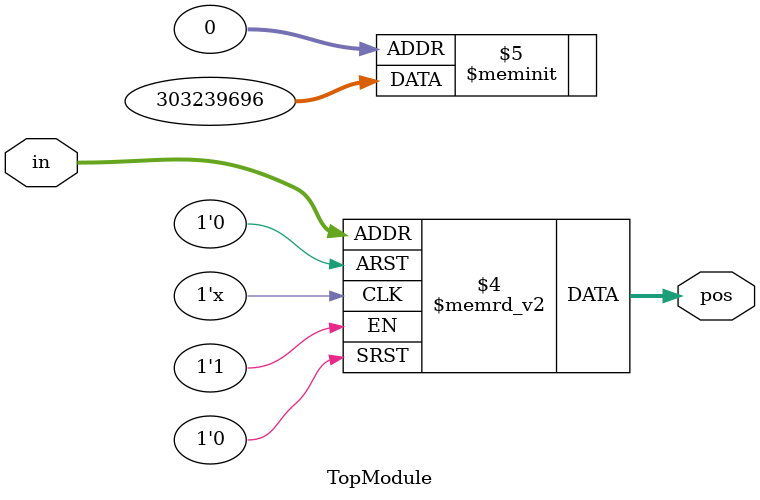
<source format=sv>
module TopModule (
    input logic [3:0] in,
    output logic [1:0] pos
);

always @(*) begin
    case (in)
        4'b0000: pos = 2'b00;
        4'b0001: pos = 2'b00;
        4'b0010: pos = 2'b01;
        4'b0011: pos = 2'b00;
        4'b0100: pos = 2'b10;
        4'b0101: pos = 2'b00;
        4'b0110: pos = 2'b01;
        4'b0111: pos = 2'b00;
        4'b1000: pos = 2'b11;
        4'b1001: pos = 2'b00;
        4'b1010: pos = 2'b01;
        4'b1011: pos = 2'b00;
        4'b1100: pos = 2'b10;
        4'b1101: pos = 2'b00;
        4'b1110: pos = 2'b01;
        4'b1111: pos = 2'b00;
        default: pos = 2'b00; // Default case for safety
    endcase
end

endmodule
</source>
